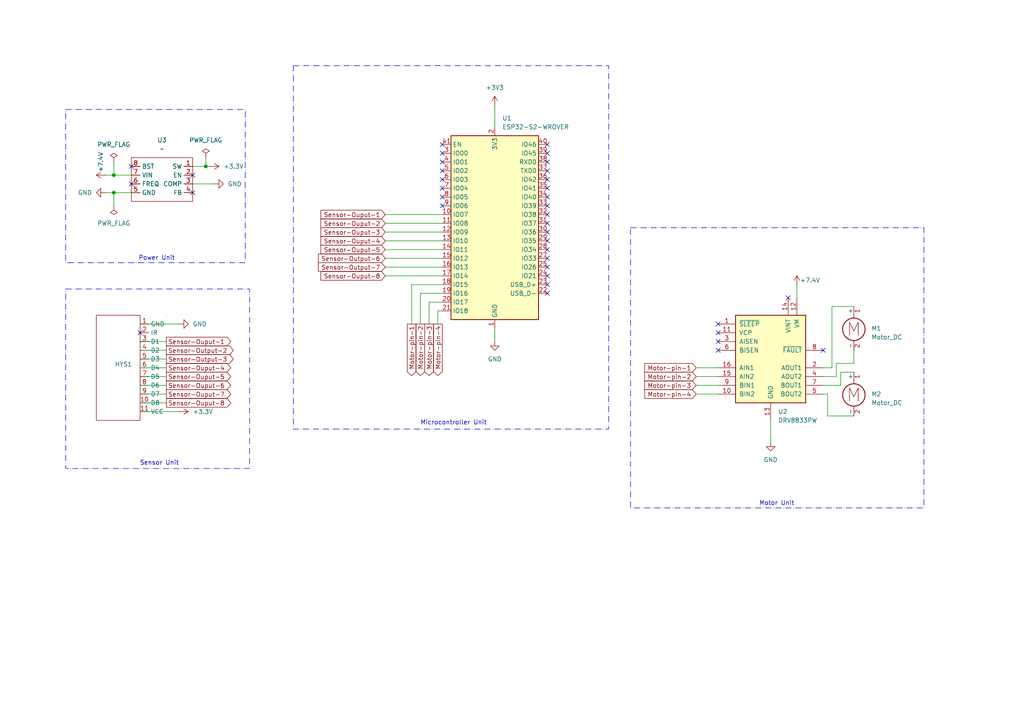
<source format=kicad_sch>
(kicad_sch (version 20250114) (generator "eeschema") (generator_version "9.0")
  (paper "A4")
  (lib_symbols
    (symbol "Driver_Motor:DRV8833PW" (pin_names (offset 1.016))
      (property "Reference" "U" (at -3.81 16.51 0))
      (property "Value" "DRV8833PW" (at -3.81 13.97 0))
      (symbol "DRV8833PW_0_1"
        (rectangle (start -10.16 12.7) (end 10.16 -12.7) (stroke (width 0.254)) (fill (type background)))
      )
      (symbol "DRV8833PW_1_1"
        (pin input line (at -15.24 10.16 0) (length 5.08) (name "~{SLEEP}") (number "1"))
        (pin bidirectional line (at -15.24 7.62 0) (length 5.08) (name "VCP") (number "11"))
        (pin bidirectional line (at -15.24 5.08 0) (length 5.08) (name "AISEN") (number "3"))
        (pin bidirectional line (at -15.24 2.54 0) (length 5.08) (name "BISEN") (number "6"))
        (pin input line (at -15.24 -2.54 0) (length 5.08) (name "AIN1") (number "16"))
        (pin input line (at -15.24 -5.08 0) (length 5.08) (name "AIN2") (number "15"))
        (pin input line (at -15.24 -7.62 0) (length 5.08) (name "BIN1") (number "9"))
        (pin input line (at -15.24 -10.16 0) (length 5.08) (name "BIN2") (number "10"))
        (pin power_in line (at 0 -17.78 90) (length 5.08) (name "GND") (number "13"))
        (pin power_in line (at 5.08 17.78 270) (length 5.08) (name "VINT") (number "14"))
        (pin power_in line (at 7.62 17.78 270) (length 5.08) (name "VM") (number "12"))
        (pin open_collector line (at 15.24 2.54 180) (length 5.08) (name "~{FAULT}") (number "8"))
        (pin power_out line (at 15.24 -2.54 180) (length 5.08) (name "AOUT1") (number "2"))
        (pin power_out line (at 15.24 -5.08 180) (length 5.08) (name "AOUT2") (number "4"))
        (pin power_out line (at 15.24 -7.62 180) (length 5.08) (name "BOUT1") (number "7"))
        (pin power_out line (at 15.24 -10.16 180) (length 5.08) (name "BOUT2") (number "5"))
      )
    )
    (symbol "MP1584EN:MP1584EN"
      (property "Reference" "U" (at 0 8.89 0))
      (symbol "MP1584EN_0_1"
        (rectangle (start -8.89 10.16) (end 8.89 -2.54))
      )
      (symbol "MP1584EN_1_1"
        (pin passive line (at -8.89 7.62 0) (length 2.54) (name "BST") (number "8"))
        (pin power_in line (at -8.89 5.08 0) (length 2.54) (name "VIN") (number "7"))
        (pin input line (at -8.89 2.54 0) (length 2.54) (name "FREQ") (number "6"))
        (pin power_in line (at -8.89 0 0) (length 2.54) (name "GND") (number "5"))
        (pin output line (at 8.89 7.62 180) (length 2.54) (name "SW") (number "1"))
        (pin input line (at 8.89 5.08 180) (length 2.54) (name "EN") (number "2"))
        (pin output line (at 8.89 2.54 180) (length 2.54) (name "COMP") (number "3"))
        (pin input line (at 8.89 0 180) (length 2.54) (name "FB") (number "4"))
      )
    )
    (symbol "Motor:Motor_DC" (pin_names (offset 0))
      (property "Reference" "M" (at 2.54 2.54 0))
      (property "Value" "Motor_DC" (at 2.54 -5.08 0))
      (symbol "Motor_DC_0_0"
        (polyline (pts (xy -1.27 -3.302) (xy -1.27 0.508) (xy 0 -2.032) (xy 1.27 0.508) (xy 1.27 -3.302)))
      )
      (symbol "Motor_DC_0_1"
        (polyline (pts (xy 0 2.032) (xy 0 2.54)))
        (polyline (pts (xy 0 1.7272) (xy 0 2.0828)))
        (circle (center 0 -1.524) (radius 3.2512) (stroke (width 0.254)))
        (polyline (pts (xy 0 -4.7752) (xy 0 -5.1816)))
        (polyline (pts (xy 0 -7.62) (xy 0 -7.112)))
      )
      (symbol "Motor_DC_1_1"
        (pin passive line (at 0 5.08 270) (length 2.54) (name "+") (number "1"))
        (pin passive line (at 0 -7.62 90) (length 2.54) (name "-") (number "2"))
      )
    )
    (symbol "QTR-8RC:HYS301_Module"
      (property "Reference" "HYS301" (at -3.302 0 90))
      (symbol "HYS301_Module_0_1"
        (rectangle (start -6.35 13.97) (end 6.35 -16.51))
        (rectangle (start 13.97 13.97) (end 13.97 13.97))
      )
      (symbol "HYS301_Module_1_1"
        (pin power_in line (at 6.35 11.43 0) (length 2.54) (name "GND") (number "1"))
        (pin output line (at 6.35 8.89 0) (length 2.54) (name "IR") (number "2"))
        (pin output line (at 6.35 6.35 0) (length 2.54) (name "D1") (number "3"))
        (pin output line (at 6.35 3.81 0) (length 2.54) (name "D2") (number "4"))
        (pin output line (at 6.35 1.27 0) (length 2.54) (name "D3") (number "5"))
        (pin output line (at 6.35 -1.27 0) (length 2.54) (name "D4") (number "6"))
        (pin output line (at 6.35 -3.81 0) (length 2.54) (name "D5") (number "7"))
        (pin output line (at 6.35 -6.35 0) (length 2.54) (name "D6") (number "8"))
        (pin output line (at 6.35 -8.89 0) (length 2.54) (name "D7") (number "9"))
        (pin output line (at 6.35 -11.43 0) (length 2.54) (name "D8") (number "10"))
        (pin power_in line (at 6.35 -13.97 0) (length 2.54) (name "VCC") (number "11"))
      )
    )
    (symbol "RF_Module:ESP32-S2-WROVER"
      (property "Reference" "U" (at -12.7 29.21 0))
      (property "Value" "ESP32-S2-WROVER" (at 2.54 29.21 0))
      (symbol "ESP32-S2-WROVER_0_1"
        (rectangle (start -12.7 27.94) (end 12.7 -25.4) (stroke (width 0.254)) (fill (type background)))
      )
      (symbol "ESP32-S2-WROVER_1_1"
        (pin input line (at -15.24 25.4 0) (length 2.54) (name "EN") (number "41"))
        (pin bidirectional line (at -15.24 22.86 0) (length 2.54) (name "IO00") (number "3"))
        (pin bidirectional line (at -15.24 20.32 0) (length 2.54) (name "IO01") (number "4"))
        (pin bidirectional line (at -15.24 17.78 0) (length 2.54) (name "IO02") (number "5"))
        (pin bidirectional line (at -15.24 15.24 0) (length 2.54) (name "IO03") (number "6"))
        (pin bidirectional line (at -15.24 12.7 0) (length 2.54) (name "IO04") (number "7"))
        (pin bidirectional line (at -15.24 10.16 0) (length 2.54) (name "IO05") (number "8"))
        (pin bidirectional line (at -15.24 7.62 0) (length 2.54) (name "IO06") (number "9"))
        (pin bidirectional line (at -15.24 5.08 0) (length 2.54) (name "IO07") (number "10"))
        (pin bidirectional line (at -15.24 2.54 0) (length 2.54) (name "IO08") (number "11"))
        (pin bidirectional line (at -15.24 0 0) (length 2.54) (name "IO09") (number "12"))
        (pin bidirectional line (at -15.24 -2.54 0) (length 2.54) (name "IO10") (number "13"))
        (pin bidirectional line (at -15.24 -5.08 0) (length 2.54) (name "IO11") (number "14"))
        (pin bidirectional line (at -15.24 -7.62 0) (length 2.54) (name "IO12") (number "15"))
        (pin bidirectional line (at -15.24 -10.16 0) (length 2.54) (name "IO13") (number "16"))
        (pin bidirectional line (at -15.24 -12.7 0) (length 2.54) (name "IO14") (number "17"))
        (pin bidirectional line (at -15.24 -15.24 0) (length 2.54) (name "IO15") (number "18"))
        (pin bidirectional line (at -15.24 -17.78 0) (length 2.54) (name "IO16") (number "19"))
        (pin bidirectional line (at -15.24 -20.32 0) (length 2.54) (name "IO17") (number "20"))
        (pin bidirectional line (at -15.24 -22.86 0) (length 2.54) (name "IO18") (number "21"))
        (pin power_in line (at 0 30.48 270) (length 2.54) (name "3V3") (number "2"))
        (pin power_in line (at 0 -27.94 90) (length 2.54) (name "GND") (number "1"))
        (pin passive line (at 0 -27.94 90) (length 2.54) (hide yes) (name "GND") (number "26"))
        (pin passive line (at 0 -27.94 90) (length 2.54) (hide yes) (name "GND") (number "42"))
        (pin passive line (at 0 -27.94 90) (length 2.54) (hide yes) (name "GND") (number "43"))
        (pin input line (at 15.24 25.4 180) (length 2.54) (name "IO46") (number "40"))
        (pin bidirectional line (at 15.24 22.86 180) (length 2.54) (name "IO45") (number "39"))
        (pin bidirectional line (at 15.24 20.32 180) (length 2.54) (name "RXD0") (number "38"))
        (pin bidirectional line (at 15.24 17.78 180) (length 2.54) (name "TXD0") (number "37"))
        (pin bidirectional line (at 15.24 15.24 180) (length 2.54) (name "IO42") (number "36"))
        (pin bidirectional line (at 15.24 12.7 180) (length 2.54) (name "IO41") (number "35"))
        (pin bidirectional line (at 15.24 10.16 180) (length 2.54) (name "IO40") (number "34"))
        (pin bidirectional line (at 15.24 7.62 180) (length 2.54) (name "IO39") (number "33"))
        (pin bidirectional line (at 15.24 5.08 180) (length 2.54) (name "IO38") (number "32"))
        (pin bidirectional line (at 15.24 2.54 180) (length 2.54) (name "IO37") (number "31"))
        (pin bidirectional line (at 15.24 0 180) (length 2.54) (name "IO36") (number "30"))
        (pin bidirectional line (at 15.24 -2.54 180) (length 2.54) (name "IO35") (number "29"))
        (pin bidirectional line (at 15.24 -5.08 180) (length 2.54) (name "IO34") (number "28"))
        (pin bidirectional line (at 15.24 -7.62 180) (length 2.54) (name "IO33") (number "27"))
        (pin bidirectional line (at 15.24 -10.16 180) (length 2.54) (name "IO26") (number "25"))
        (pin bidirectional line (at 15.24 -12.7 180) (length 2.54) (name "IO21") (number "24"))
        (pin bidirectional line (at 15.24 -15.24 180) (length 2.54) (name "USB_D+") (number "23"))
        (pin bidirectional line (at 15.24 -17.78 180) (length 2.54) (name "USB_D-") (number "22"))
      )
    )
    (symbol "power:+3.3V" (power) (pin_numbers (hide yes)) (pin_names (offset 0) (hide yes))
      (property "Value" "+3.3V" (at 0 3.556 0))
      (symbol "+3.3V_0_1"
        (polyline (pts (xy -0.762 1.27) (xy 0 2.54)))
        (polyline (pts (xy 0 2.54) (xy 0.762 1.27)))
        (polyline (pts (xy 0 0) (xy 0 2.54)))
      )
      (symbol "+3.3V_1_1"
        (pin power_in line (at 0 0 90) (length 0) (name "~") (number "1"))
      )
    )
    (symbol "power:+3V3" (power) (pin_numbers (hide yes)) (pin_names (offset 0) (hide yes))
      (property "Value" "+3V3" (at 0 3.556 0))
      (symbol "+3V3_0_1"
        (polyline (pts (xy -0.762 1.27) (xy 0 2.54)))
        (polyline (pts (xy 0 2.54) (xy 0.762 1.27)))
        (polyline (pts (xy 0 0) (xy 0 2.54)))
      )
      (symbol "+3V3_1_1"
        (pin power_in line (at 0 0 90) (length 0) (name "~") (number "1"))
      )
    )
    (symbol "power:+7.5V" (power) (pin_numbers (hide yes)) (pin_names (offset 0) (hide yes))
      (property "Value" "+7.5V" (at 0 3.556 0))
      (symbol "+7.5V_0_1"
        (polyline (pts (xy -0.762 1.27) (xy 0 2.54)))
        (polyline (pts (xy 0 2.54) (xy 0.762 1.27)))
        (polyline (pts (xy 0 0) (xy 0 2.54)))
      )
      (symbol "+7.5V_1_1"
        (pin power_in line (at 0 0 90) (length 0) (name "~") (number "1"))
      )
    )
    (symbol "power:GND" (power) (pin_numbers (hide yes)) (pin_names (offset 0) (hide yes))
      (property "Value" "GND" (at 0 -3.81 0))
      (symbol "GND_0_1"
        (polyline (pts (xy 0 0) (xy 0 -1.27) (xy 1.27 -1.27) (xy 0 -2.54) (xy -1.27 -1.27) (xy 0 -1.27)))
      )
      (symbol "GND_1_1"
        (pin power_in line (at 0 0 270) (length 0) (name "~") (number "1"))
      )
    )
    (symbol "power:PWR_FLAG" (power) (pin_numbers (hide yes)) (pin_names (offset 0) (hide yes))
      (property "Value" "PWR_FLAG" (at 0 3.81 0))
      (symbol "PWR_FLAG_0_0"
        (pin power_out line (at 0 0 90) (length 0) (name "~") (number "1"))
      )
      (symbol "PWR_FLAG_0_1"
        (polyline (pts (xy 0 0) (xy 0 1.27) (xy -1.016 1.905) (xy 0 2.54) (xy 1.016 1.905) (xy 0 1.27)))
      )
    )
  )
  (rectangle (start 19.05 83.82) (end 72.39 135.89) (stroke (width 0) (type dash_dot)))
  (rectangle (start 85.09 19.05) (end 176.53 124.46) (stroke (width 0) (type dash_dot)))
  (rectangle (start 19.05 31.75) (end 71.12 76.2) (stroke (width 0) (type dash_dot)))
  (rectangle (start 182.88 66.04) (end 267.97 147.32) (stroke (width 0) (type dash_dot)))
  (text "Motor Unit\n" (at 225.298 146.05 0) (effects (font (size 1.27 1.27))))
  (text "Sensor Unit\n" (at 46.228 134.366 0) (effects (font (size 1.27 1.27))))
  (text "Power Unit\n" (at 45.466 74.93 0) (effects (font (size 1.27 1.27))))
  (text "Microcontroller Unit\n" (at 131.572 122.682 0) (effects (font (size 1.27 1.27))))
  (junction (at 33.02 50.8))
  (junction (at 33.02 55.88))
  (junction (at 59.69 48.26))
  (no_connect (at 158.75 72.39))
  (no_connect (at 158.75 67.31))
  (no_connect (at 158.75 77.47))
  (no_connect (at 158.75 49.53))
  (no_connect (at 38.1 53.34))
  (no_connect (at 55.88 50.8))
  (no_connect (at 128.27 59.69))
  (no_connect (at 228.6 86.36))
  (no_connect (at 158.75 41.91))
  (no_connect (at 158.75 52.07))
  (no_connect (at 158.75 46.99))
  (no_connect (at 158.75 54.61))
  (no_connect (at 208.28 93.98))
  (no_connect (at 208.28 101.6))
  (no_connect (at 128.27 54.61))
  (no_connect (at 40.64 96.52))
  (no_connect (at 158.75 57.15))
  (no_connect (at 128.27 57.15))
  (no_connect (at 158.75 59.69))
  (no_connect (at 158.75 80.01))
  (no_connect (at 158.75 85.09))
  (no_connect (at 55.88 55.88))
  (no_connect (at 128.27 49.53))
  (no_connect (at 158.75 74.93))
  (no_connect (at 208.28 99.06))
  (no_connect (at 158.75 69.85))
  (no_connect (at 158.75 44.45))
  (no_connect (at 208.28 96.52))
  (no_connect (at 38.1 48.26))
  (no_connect (at 128.27 44.45))
  (no_connect (at 128.27 46.99))
  (no_connect (at 158.75 64.77))
  (no_connect (at 128.27 41.91))
  (no_connect (at 158.75 62.23))
  (no_connect (at 158.75 82.55))
  (no_connect (at 238.76 101.6))
  (no_connect (at 128.27 52.07))
  (wire (pts (xy 40.64 111.76) (xy 48.26 111.76)))
  (wire (pts (xy 242.57 109.22) (xy 242.57 105.41)))
  (wire (pts (xy 238.76 114.3) (xy 240.03 114.3)))
  (wire (pts (xy 127 90.17) (xy 127 93.98)))
  (wire (pts (xy 111.76 77.47) (xy 128.27 77.47)))
  (wire (pts (xy 40.64 106.68) (xy 48.26 106.68)))
  (wire (pts (xy 240.03 120.65) (xy 247.65 120.65)))
  (wire (pts (xy 111.76 69.85) (xy 128.27 69.85)))
  (wire (pts (xy 124.46 87.63) (xy 124.46 93.98)))
  (wire (pts (xy 231.14 82.55) (xy 231.14 86.36)))
  (wire (pts (xy 30.48 50.8) (xy 33.02 50.8)))
  (wire (pts (xy 40.64 114.3) (xy 48.26 114.3)))
  (wire (pts (xy 238.76 109.22) (xy 242.57 109.22)))
  (wire (pts (xy 128.27 85.09) (xy 121.92 85.09)))
  (wire (pts (xy 240.03 114.3) (xy 240.03 120.65)))
  (wire (pts (xy 201.93 111.76) (xy 208.28 111.76)))
  (wire (pts (xy 243.84 111.76) (xy 243.84 107.95)))
  (wire (pts (xy 30.48 55.88) (xy 33.02 55.88)))
  (wire (pts (xy 40.64 116.84) (xy 48.26 116.84)))
  (wire (pts (xy 201.93 106.68) (xy 208.28 106.68)))
  (wire (pts (xy 40.64 93.98) (xy 52.07 93.98)))
  (wire (pts (xy 247.65 105.41) (xy 247.65 101.6)))
  (wire (pts (xy 40.64 99.06) (xy 48.26 99.06)))
  (wire (pts (xy 59.69 45.72) (xy 59.69 48.26)))
  (wire (pts (xy 119.38 82.55) (xy 128.27 82.55)))
  (wire (pts (xy 55.88 53.34) (xy 62.23 53.34)))
  (wire (pts (xy 242.57 105.41) (xy 247.65 105.41)))
  (wire (pts (xy 111.76 80.01) (xy 128.27 80.01)))
  (wire (pts (xy 241.3 88.9) (xy 247.65 88.9)))
  (wire (pts (xy 143.51 95.25) (xy 143.51 99.06)))
  (wire (pts (xy 238.76 111.76) (xy 243.84 111.76)))
  (wire (pts (xy 40.64 109.22) (xy 48.26 109.22)))
  (wire (pts (xy 143.51 30.48) (xy 143.51 36.83)))
  (wire (pts (xy 119.38 82.55) (xy 119.38 93.98)))
  (wire (pts (xy 59.69 48.26) (xy 60.96 48.26)))
  (wire (pts (xy 40.64 101.6) (xy 48.26 101.6)))
  (wire (pts (xy 40.64 104.14) (xy 48.26 104.14)))
  (wire (pts (xy 33.02 50.8) (xy 38.1 50.8)))
  (wire (pts (xy 223.52 121.92) (xy 223.52 128.27)))
  (wire (pts (xy 111.76 64.77) (xy 128.27 64.77)))
  (wire (pts (xy 241.3 106.68) (xy 241.3 88.9)))
  (wire (pts (xy 111.76 67.31) (xy 128.27 67.31)))
  (wire (pts (xy 40.64 119.38) (xy 52.07 119.38)))
  (wire (pts (xy 33.02 55.88) (xy 38.1 55.88)))
  (wire (pts (xy 55.88 48.26) (xy 59.69 48.26)))
  (wire (pts (xy 33.02 55.88) (xy 33.02 59.69)))
  (wire (pts (xy 201.93 109.22) (xy 208.28 109.22)))
  (wire (pts (xy 238.76 106.68) (xy 241.3 106.68)))
  (wire (pts (xy 128.27 87.63) (xy 124.46 87.63)))
  (wire (pts (xy 111.76 62.23) (xy 128.27 62.23)))
  (wire (pts (xy 111.76 74.93) (xy 128.27 74.93)))
  (wire (pts (xy 127 90.17) (xy 128.27 90.17)))
  (wire (pts (xy 33.02 46.99) (xy 33.02 50.8)))
  (wire (pts (xy 201.93 114.3) (xy 208.28 114.3)))
  (wire (pts (xy 111.76 72.39) (xy 128.27 72.39)))
  (wire (pts (xy 121.92 85.09) (xy 121.92 93.98)))
  (wire (pts (xy 243.84 107.95) (xy 247.65 107.95)))
  (global_label "Motor-pin-4" (shape input) (at 201.93 114.3 180) (property "Intersheetrefs" "${INTERSHEET_REFS}" (effects (hide yes))))
  (global_label "Motor-pin-4" (shape output) (at 127 93.98 270) (property "Intersheetrefs" "${INTERSHEET_REFS}" (effects (hide yes))))
  (global_label "Sensor-Output-3" (shape output) (at 48.26 104.14 0) (property "Intersheetrefs" "${INTERSHEET_REFS}" (effects (hide yes))))
  (global_label "Sensor-Ouput-2" (shape input) (at 111.76 64.77 180) (property "Intersheetrefs" "${INTERSHEET_REFS}" (effects (hide yes))))
  (global_label "Sensor-Output-6" (shape input) (at 111.76 74.93 180) (property "Intersheetrefs" "${INTERSHEET_REFS}" (effects (hide yes))))
  (global_label "Motor-pin-2" (shape input) (at 201.93 109.22 180) (property "Intersheetrefs" "${INTERSHEET_REFS}" (effects (hide yes))))
  (global_label "Motor-pin-3" (shape input) (at 201.93 111.76 180) (property "Intersheetrefs" "${INTERSHEET_REFS}" (effects (hide yes))))
  (global_label "Sensor-Ouput-6" (shape output) (at 48.26 111.76 0) (property "Intersheetrefs" "${INTERSHEET_REFS}" (effects (hide yes))))
  (global_label "Sensor-Ouput-8" (shape output) (at 48.26 116.84 0) (property "Intersheetrefs" "${INTERSHEET_REFS}" (effects (hide yes))))
  (global_label "Motor-pin-1" (shape input) (at 201.93 106.68 180) (property "Intersheetrefs" "${INTERSHEET_REFS}" (effects (hide yes))))
  (global_label "Sensor-Output-2" (shape output) (at 48.26 101.6 0) (property "Intersheetrefs" "${INTERSHEET_REFS}" (effects (hide yes))))
  (global_label "Motor-pin-2" (shape output) (at 121.92 93.98 270) (property "Intersheetrefs" "${INTERSHEET_REFS}" (effects (hide yes))))
  (global_label "Sensor-Ouput-8" (shape input) (at 111.76 80.01 180) (property "Intersheetrefs" "${INTERSHEET_REFS}" (effects (hide yes))))
  (global_label "Sensor-Ouput-4" (shape input) (at 111.76 69.85 180) (property "Intersheetrefs" "${INTERSHEET_REFS}" (effects (hide yes))))
  (global_label "Sensor-Ouput-5" (shape input) (at 111.76 72.39 180) (property "Intersheetrefs" "${INTERSHEET_REFS}" (effects (hide yes))))
  (global_label "Sensor-Ouput-1" (shape output) (at 48.26 99.06 0) (property "Intersheetrefs" "${INTERSHEET_REFS}" (effects (hide yes))))
  (global_label "Sensor-Output-7" (shape input) (at 111.76 77.47 180) (property "Intersheetrefs" "${INTERSHEET_REFS}" (effects (hide yes))))
  (global_label "Sensor-Ouput-1" (shape input) (at 111.76 62.23 180) (property "Intersheetrefs" "${INTERSHEET_REFS}" (effects (hide yes))))
  (global_label "Motor-pin-3" (shape output) (at 124.46 93.98 270) (property "Intersheetrefs" "${INTERSHEET_REFS}" (effects (hide yes))))
  (global_label "Sensor-Ouput-3" (shape input) (at 111.76 67.31 180) (property "Intersheetrefs" "${INTERSHEET_REFS}" (effects (hide yes))))
  (global_label "Sensor-Ouput-5" (shape output) (at 48.26 109.22 0) (property "Intersheetrefs" "${INTERSHEET_REFS}" (effects (hide yes))))
  (global_label "Sensor-Ouput-4" (shape output) (at 48.26 106.68 0) (property "Intersheetrefs" "${INTERSHEET_REFS}" (effects (hide yes))))
  (global_label "Motor-pin-1" (shape output) (at 119.38 93.98 270) (property "Intersheetrefs" "${INTERSHEET_REFS}" (effects (hide yes))))
  (global_label "Sensor-Ouput-7" (shape output) (at 48.26 114.3 0) (property "Intersheetrefs" "${INTERSHEET_REFS}" (effects (hide yes))))
  (symbol (lib_id "power:+3V3") (at 143.51 30.48 0) (unit 1)
    (property "Reference" "#PWR010" (effects (hide yes)))
    (property "Value" "+3V3" (at 143.51 25.4 0))
    (property "Description" "Power symbol creates a global label with name \"+3V3\"" (effects (hide yes)))
  )
  (symbol (lib_id "Motor:Motor_DC") (at 247.65 93.98 0) (unit 1)
    (property "Reference" "M1" (at 252.73 95.2499 0) (effects (justify left)))
    (property "Value" "Motor_DC" (at 252.73 97.7899 0) (effects (justify left)))
    (property "Description" "DC Motor" (effects (hide yes)))
  )
  (symbol (lib_id "MP1584EN:MP1584EN") (at 46.99 55.88 0) (unit 1)
    (property "Reference" "U3" (at 46.99 40.64 0))
    (property "Value" "~" (at 46.99 43.18 0))
  )
  (symbol (lib_id "power:GND") (at 52.07 93.98 90) (unit 1)
    (property "Reference" "#PWR04" (effects (hide yes)))
    (property "Value" "GND" (at 55.88 93.9799 90) (effects (justify right)))
    (property "Description" "Power symbol creates a global label with name \"GND\" , ground" (effects (hide yes)))
  )
  (symbol (lib_id "power:PWR_FLAG") (at 33.02 46.99 0) (unit 1)
    (property "Reference" "#FLG01" (effects (hide yes)))
    (property "Value" "PWR_FLAG" (at 33.02 41.91 0))
    (property "Description" "Special symbol for telling ERC where power comes from" (effects (hide yes)))
  )
  (symbol (lib_id "power:+3.3V") (at 52.07 119.38 270) (unit 1)
    (property "Reference" "#PWR07" (effects (hide yes)))
    (property "Value" "+3.3V" (at 55.88 119.3799 90) (effects (justify left)))
    (property "Description" "Power symbol creates a global label with name \"+3.3V\"" (effects (hide yes)))
  )
  (symbol (lib_id "power:GND") (at 143.51 99.06 0) (unit 1)
    (property "Reference" "#PWR02" (effects (hide yes)))
    (property "Value" "GND" (at 143.51 104.14 0))
    (property "Description" "Power symbol creates a global label with name \"GND\" , ground" (effects (hide yes)))
  )
  (symbol (lib_id "power:+7.5V") (at 231.14 82.55 0) (unit 1)
    (property "Reference" "#PWR06" (effects (hide yes)))
    (property "Value" "+7.4V" (at 234.95 81.28 0))
    (property "Description" "Power symbol creates a global label with name \"+7.5V\"" (effects (hide yes)))
  )
  (symbol (lib_id "Driver_Motor:DRV8833PW") (at 223.52 104.14 0) (unit 1)
    (property "Reference" "U2" (at 225.6633 119.38 0) (effects (justify left)))
    (property "Value" "DRV8833PW" (at 225.6633 121.92 0) (effects (justify left)))
    (property "Footprint" "Package_SO:TSSOP-16_4.4x5mm_P0.65mm" (effects (hide yes)))
    (property "Datasheet" "http://www.ti.com/lit/ds/symlink/drv8833.pdf" (effects (hide yes)))
    (property "Description" "Dual H-Bridge Motor Driver, TSSOP-16" (effects (hide yes)))
  )
  (symbol (lib_id "QTR-8RC:HYS301_Module") (at 34.29 105.41 0) (unit 1)
    (property "Reference" "HYS1" (at 33.274 105.664 0) (effects (justify left)))
    (property "Value" "~" (at 49.53 107.9499 0) (effects (justify left)))
  )
  (symbol (lib_id "power:GND") (at 62.23 53.34 90) (unit 1)
    (property "Reference" "#PWR09" (effects (hide yes)))
    (property "Value" "GND" (at 66.04 53.3399 90) (effects (justify right)))
    (property "Description" "Power symbol creates a global label with name \"GND\" , ground" (effects (hide yes)))
  )
  (symbol (lib_id "power:PWR_FLAG") (at 59.69 45.72 0) (unit 1)
    (property "Reference" "#FLG03" (effects (hide yes)))
    (property "Value" "PWR_FLAG" (at 59.69 40.64 0))
    (property "Description" "Special symbol for telling ERC where power comes from" (effects (hide yes)))
  )
  (symbol (lib_id "power:GND") (at 30.48 55.88 270) (unit 1)
    (property "Reference" "#PWR03" (effects (hide yes)))
    (property "Value" "GND" (at 26.67 55.8799 90) (effects (justify right)))
    (property "Description" "Power symbol creates a global label with name \"GND\" , ground" (effects (hide yes)))
  )
  (symbol (lib_id "power:GND") (at 223.52 128.27 0) (unit 1)
    (property "Reference" "#PWR05" (effects (hide yes)))
    (property "Value" "GND" (at 223.52 133.35 0))
    (property "Description" "Power symbol creates a global label with name \"GND\" , ground" (effects (hide yes)))
  )
  (symbol (lib_id "power:+7.5V") (at 30.48 50.8 90) (unit 1)
    (property "Reference" "#PWR01" (effects (hide yes)))
    (property "Value" "+7.4V" (at 29.21 46.99 0))
    (property "Description" "Power symbol creates a global label with name \"+7.5V\"" (effects (hide yes)))
  )
  (symbol (lib_id "RF_Module:ESP32-S2-WROVER") (at 143.51 67.31 0) (unit 1)
    (property "Reference" "U1" (at 145.6533 34.29 0) (effects (justify left)))
    (property "Value" "ESP32-S2-WROVER" (at 145.6533 36.83 0) (effects (justify left)))
    (property "Footprint" "RF_Module:ESP32-S2-WROVER" (effects (hide yes)))
    (property "Datasheet" "https://www.espressif.com/sites/default/files/documentation/esp32-s2-wroom_esp32-s2-wroom-i_datasheet_en.pdf" (effects (hide yes)))
    (property "Description" "RF Module, ESP32-D0WDQ6 SoC, Wi-Fi 802.11b/g/n, 32-bit, 2.7-3.6V, onboard antenna, SMD" (effects (hide yes)))
  )
  (symbol (lib_id "power:PWR_FLAG") (at 33.02 59.69 180) (unit 1)
    (property "Reference" "#FLG02" (effects (hide yes)))
    (property "Value" "PWR_FLAG" (at 33.02 64.77 0))
    (property "Description" "Special symbol for telling ERC where power comes from" (effects (hide yes)))
  )
  (symbol (lib_id "Motor:Motor_DC") (at 247.65 113.03 0) (unit 1)
    (property "Reference" "M2" (at 252.73 114.2999 0) (effects (justify left)))
    (property "Value" "Motor_DC" (at 252.73 116.8399 0) (effects (justify left)))
    (property "Description" "DC Motor" (effects (hide yes)))
  )
  (symbol (lib_id "power:+3.3V") (at 60.96 48.26 270) (unit 1)
    (property "Reference" "#PWR08" (effects (hide yes)))
    (property "Value" "+3.3V" (at 64.77 48.2599 90) (effects (justify left)))
    (property "Description" "Power symbol creates a global label with name \"+3.3V\"" (effects (hide yes)))
  )
)
</source>
